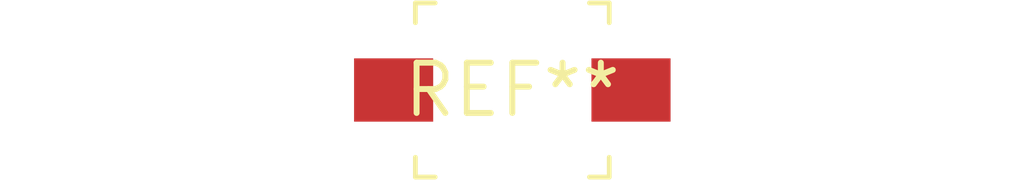
<source format=kicad_pcb>
(kicad_pcb (version 20240108) (generator pcbnew)
  (layers (0 "F.Cu" signal) (31 "B.Cu" signal) (34 "B.Paste" user) (35 "F.Paste" user) (36 "B.SilkS" user "B.Silkscreen") (37 "F.SilkS" user "F.Silkscreen") (38 "B.Mask" user) (39 "F.Mask" user) (44 "Edge.Cuts" user))
  (net 0 "")
  (footprint "C_Trimmer_Murata_TZB4-B" (layer "F.Cu") (at 0 0)
    (property "Reference" "REF**")
    (property "Value" "C_Trimmer_Murata_TZB4-B")
    (fp_line (start -2.45 -2.2) (end -2.45 -1.7) (layer "F.SilkS") (stroke (width 0.12)))
    (fp_line (start -2.45 -2.2) (end -1.95 -2.2) (layer "F.SilkS") (stroke (width 0.12)))
    (fp_line (start -2.45 2.2) (end -2.45 1.7) (layer "F.SilkS") (stroke (width 0.12)))
    (fp_line (start -2.45 2.2) (end -1.95 2.2) (layer "F.SilkS") (stroke (width 0.12)))
    (fp_line (start 2.45 -2.2) (end 1.95 -2.2) (layer "F.SilkS") (stroke (width 0.12)))
    (fp_line (start 2.45 -2.2) (end 2.45 -1.7) (layer "F.SilkS") (stroke (width 0.12)))
    (fp_line (start 2.45 2.2) (end 1.95 2.2) (layer "F.SilkS") (stroke (width 0.12)))
    (fp_line (start 2.45 2.2) (end 2.45 1.7) (layer "F.SilkS") (stroke (width 0.12)))
    (pad "1" smd rect (at -3 0) (size 2 1.6) (layers "F.Cu" "F.Paste" "F.Mask"))
    (pad "2" smd rect (at 3 0) (size 2 1.6) (layers "F.Cu" "F.Paste" "F.Mask"))
  )
)
</source>
